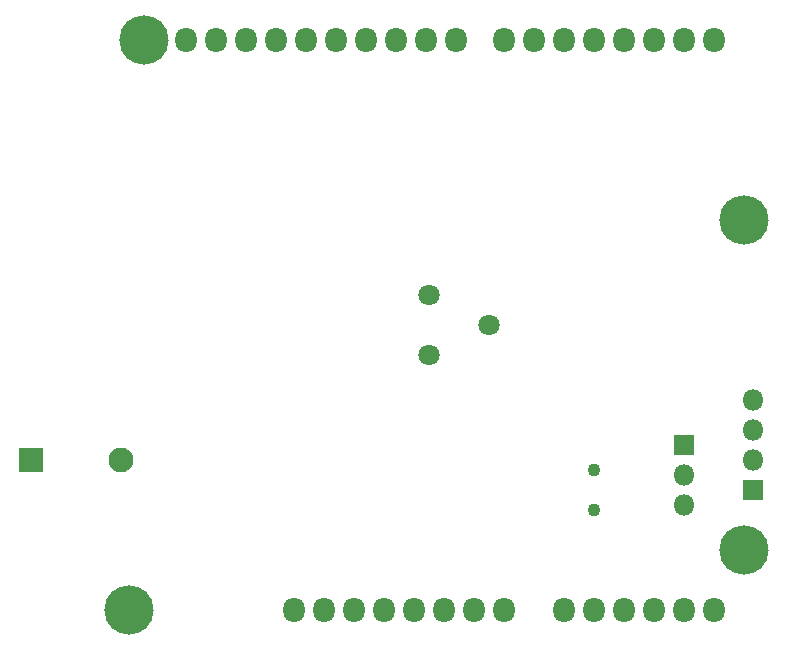
<source format=gbr>
G04 #@! TF.GenerationSoftware,KiCad,Pcbnew,(5.1.4)-1*
G04 #@! TF.CreationDate,2019-12-31T16:27:10-06:00*
G04 #@! TF.ProjectId,learning_shield,6c656172-6e69-46e6-975f-736869656c64,rev?*
G04 #@! TF.SameCoordinates,Original*
G04 #@! TF.FileFunction,Soldermask,Bot*
G04 #@! TF.FilePolarity,Negative*
%FSLAX46Y46*%
G04 Gerber Fmt 4.6, Leading zero omitted, Abs format (unit mm)*
G04 Created by KiCad (PCBNEW (5.1.4)-1) date 2019-12-31 16:27:10*
%MOMM*%
%LPD*%
G04 APERTURE LIST*
%ADD10C,1.801600*%
%ADD11O,1.828800X2.133600*%
%ADD12C,4.165600*%
%ADD13C,2.101600*%
%ADD14R,2.101600X2.101600*%
%ADD15O,1.801600X1.801600*%
%ADD16R,1.801600X1.801600*%
%ADD17C,1.101600*%
G04 APERTURE END LIST*
D10*
X150368000Y-102235000D03*
X155448000Y-99695000D03*
X150368000Y-97155000D03*
D11*
X138938000Y-123825000D03*
X141478000Y-123825000D03*
X144018000Y-123825000D03*
X146558000Y-123825000D03*
X149098000Y-123825000D03*
X151638000Y-123825000D03*
X154178000Y-123825000D03*
X156718000Y-123825000D03*
X161798000Y-123825000D03*
X164338000Y-123825000D03*
X166878000Y-123825000D03*
X169418000Y-123825000D03*
X171958000Y-123825000D03*
X174498000Y-123825000D03*
X129794000Y-75565000D03*
X132334000Y-75565000D03*
X134874000Y-75565000D03*
X137414000Y-75565000D03*
X139954000Y-75565000D03*
X142494000Y-75565000D03*
X145034000Y-75565000D03*
X147574000Y-75565000D03*
X150114000Y-75565000D03*
X152654000Y-75565000D03*
X156718000Y-75565000D03*
X159258000Y-75565000D03*
X161798000Y-75565000D03*
X164338000Y-75565000D03*
X166878000Y-75565000D03*
X169418000Y-75565000D03*
X171958000Y-75565000D03*
X174498000Y-75565000D03*
D12*
X124968000Y-123825000D03*
X177038000Y-118745000D03*
X126238000Y-75565000D03*
X177038000Y-90805000D03*
D13*
X124313000Y-111125000D03*
D14*
X116713000Y-111125000D03*
D15*
X177800000Y-106045000D03*
X177800000Y-108585000D03*
X177800000Y-111125000D03*
D16*
X177800000Y-113665000D03*
D15*
X171958000Y-114935000D03*
X171958000Y-112395000D03*
D16*
X171958000Y-109855000D03*
D17*
X164338000Y-115365000D03*
X164338000Y-111965000D03*
M02*

</source>
